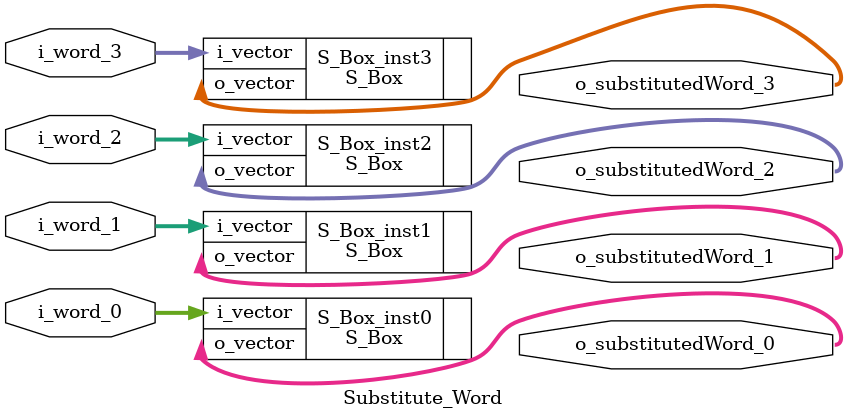
<source format=v>


module Substitute_Word(
	input [7:0] i_word_0,
	input [7:0] i_word_1,
	input [7:0] i_word_2,
	input [7:0] i_word_3,
	
	output [7:0] o_substitutedWord_0,
	output [7:0] o_substitutedWord_1,
	output [7:0] o_substitutedWord_2,
	output [7:0] o_substitutedWord_3
	);

	S_Box S_Box_inst0
	(
		.i_vector(i_word_0) ,	// input [7:0] i_vector_sig
		.o_vector(o_substitutedWord_0) 	// output [7:0] o_vector_sig
	);

	S_Box S_Box_inst1
	(
		.i_vector(i_word_1) ,	// input [7:0] i_vector_sig
		.o_vector(o_substitutedWord_1) 	// output [7:0] o_vector_sig
	);

	S_Box S_Box_inst2
	(
		.i_vector(i_word_2) ,	// input [7:0] i_vector_sig
		.o_vector(o_substitutedWord_2) 	// output [7:0] o_vector_sig
	);

	S_Box S_Box_inst3
	(
		.i_vector(i_word_3) ,	// input [7:0] i_vector_sig
		.o_vector(o_substitutedWord_3) 	// output [7:0] o_vector_sig
	);

endmodule
</source>
